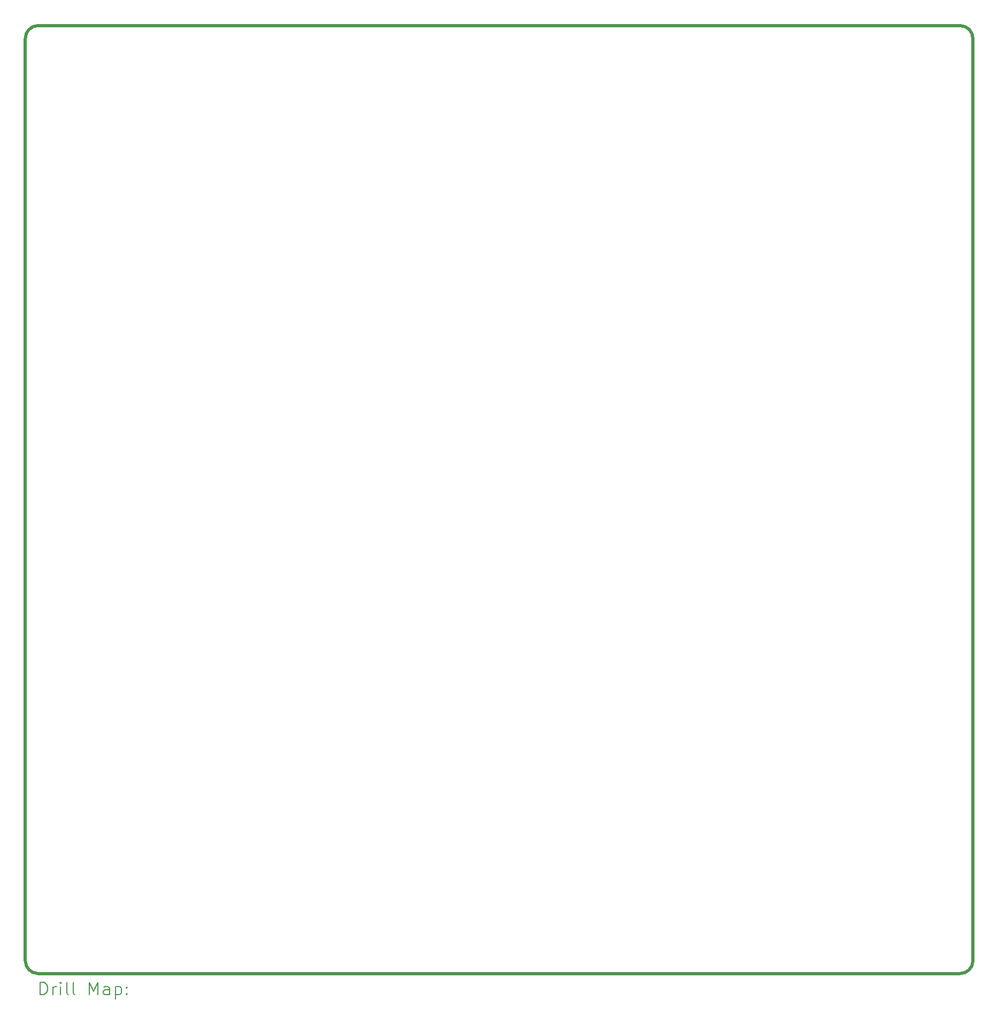
<source format=gbr>
%TF.GenerationSoftware,KiCad,Pcbnew,9.0.4*%
%TF.CreationDate,2025-11-21T09:51:15+00:00*%
%TF.ProjectId,PyBoardTester,5079426f-6172-4645-9465-737465722e6b,rev?*%
%TF.SameCoordinates,Original*%
%TF.FileFunction,Drillmap*%
%TF.FilePolarity,Positive*%
%FSLAX45Y45*%
G04 Gerber Fmt 4.5, Leading zero omitted, Abs format (unit mm)*
G04 Created by KiCad (PCBNEW 9.0.4) date 2025-11-21 09:51:15*
%MOMM*%
%LPD*%
G01*
G04 APERTURE LIST*
%ADD10C,0.500000*%
%ADD11C,0.200000*%
G04 APERTURE END LIST*
D10*
X17000000Y-3100000D02*
X17000000Y-17700000D01*
X2200000Y-17900000D02*
G75*
G02*
X2000000Y-17700000I0J200000D01*
G01*
X2200000Y-2900000D02*
X16800000Y-2900000D01*
X16800000Y-17900000D02*
X2200000Y-17900000D01*
X16800000Y-2900000D02*
G75*
G02*
X17000000Y-3100000I0J-200000D01*
G01*
X2000000Y-17700000D02*
X2000000Y-3100000D01*
X17000000Y-17700000D02*
G75*
G02*
X16800000Y-17900000I-200000J0D01*
G01*
X2000000Y-3100000D02*
G75*
G02*
X2200000Y-2900000I200000J0D01*
G01*
D11*
X2235777Y-18236484D02*
X2235777Y-18036484D01*
X2235777Y-18036484D02*
X2283396Y-18036484D01*
X2283396Y-18036484D02*
X2311967Y-18046008D01*
X2311967Y-18046008D02*
X2331015Y-18065055D01*
X2331015Y-18065055D02*
X2340539Y-18084103D01*
X2340539Y-18084103D02*
X2350063Y-18122198D01*
X2350063Y-18122198D02*
X2350063Y-18150770D01*
X2350063Y-18150770D02*
X2340539Y-18188865D01*
X2340539Y-18188865D02*
X2331015Y-18207912D01*
X2331015Y-18207912D02*
X2311967Y-18226960D01*
X2311967Y-18226960D02*
X2283396Y-18236484D01*
X2283396Y-18236484D02*
X2235777Y-18236484D01*
X2435777Y-18236484D02*
X2435777Y-18103150D01*
X2435777Y-18141246D02*
X2445301Y-18122198D01*
X2445301Y-18122198D02*
X2454824Y-18112674D01*
X2454824Y-18112674D02*
X2473872Y-18103150D01*
X2473872Y-18103150D02*
X2492920Y-18103150D01*
X2559586Y-18236484D02*
X2559586Y-18103150D01*
X2559586Y-18036484D02*
X2550063Y-18046008D01*
X2550063Y-18046008D02*
X2559586Y-18055531D01*
X2559586Y-18055531D02*
X2569110Y-18046008D01*
X2569110Y-18046008D02*
X2559586Y-18036484D01*
X2559586Y-18036484D02*
X2559586Y-18055531D01*
X2683396Y-18236484D02*
X2664348Y-18226960D01*
X2664348Y-18226960D02*
X2654824Y-18207912D01*
X2654824Y-18207912D02*
X2654824Y-18036484D01*
X2788158Y-18236484D02*
X2769110Y-18226960D01*
X2769110Y-18226960D02*
X2759586Y-18207912D01*
X2759586Y-18207912D02*
X2759586Y-18036484D01*
X3016729Y-18236484D02*
X3016729Y-18036484D01*
X3016729Y-18036484D02*
X3083396Y-18179341D01*
X3083396Y-18179341D02*
X3150062Y-18036484D01*
X3150062Y-18036484D02*
X3150062Y-18236484D01*
X3331015Y-18236484D02*
X3331015Y-18131722D01*
X3331015Y-18131722D02*
X3321491Y-18112674D01*
X3321491Y-18112674D02*
X3302443Y-18103150D01*
X3302443Y-18103150D02*
X3264348Y-18103150D01*
X3264348Y-18103150D02*
X3245301Y-18112674D01*
X3331015Y-18226960D02*
X3311967Y-18236484D01*
X3311967Y-18236484D02*
X3264348Y-18236484D01*
X3264348Y-18236484D02*
X3245301Y-18226960D01*
X3245301Y-18226960D02*
X3235777Y-18207912D01*
X3235777Y-18207912D02*
X3235777Y-18188865D01*
X3235777Y-18188865D02*
X3245301Y-18169817D01*
X3245301Y-18169817D02*
X3264348Y-18160293D01*
X3264348Y-18160293D02*
X3311967Y-18160293D01*
X3311967Y-18160293D02*
X3331015Y-18150770D01*
X3426253Y-18103150D02*
X3426253Y-18303150D01*
X3426253Y-18112674D02*
X3445301Y-18103150D01*
X3445301Y-18103150D02*
X3483396Y-18103150D01*
X3483396Y-18103150D02*
X3502443Y-18112674D01*
X3502443Y-18112674D02*
X3511967Y-18122198D01*
X3511967Y-18122198D02*
X3521491Y-18141246D01*
X3521491Y-18141246D02*
X3521491Y-18198389D01*
X3521491Y-18198389D02*
X3511967Y-18217436D01*
X3511967Y-18217436D02*
X3502443Y-18226960D01*
X3502443Y-18226960D02*
X3483396Y-18236484D01*
X3483396Y-18236484D02*
X3445301Y-18236484D01*
X3445301Y-18236484D02*
X3426253Y-18226960D01*
X3607205Y-18217436D02*
X3616729Y-18226960D01*
X3616729Y-18226960D02*
X3607205Y-18236484D01*
X3607205Y-18236484D02*
X3597682Y-18226960D01*
X3597682Y-18226960D02*
X3607205Y-18217436D01*
X3607205Y-18217436D02*
X3607205Y-18236484D01*
X3607205Y-18112674D02*
X3616729Y-18122198D01*
X3616729Y-18122198D02*
X3607205Y-18131722D01*
X3607205Y-18131722D02*
X3597682Y-18122198D01*
X3597682Y-18122198D02*
X3607205Y-18112674D01*
X3607205Y-18112674D02*
X3607205Y-18131722D01*
M02*

</source>
